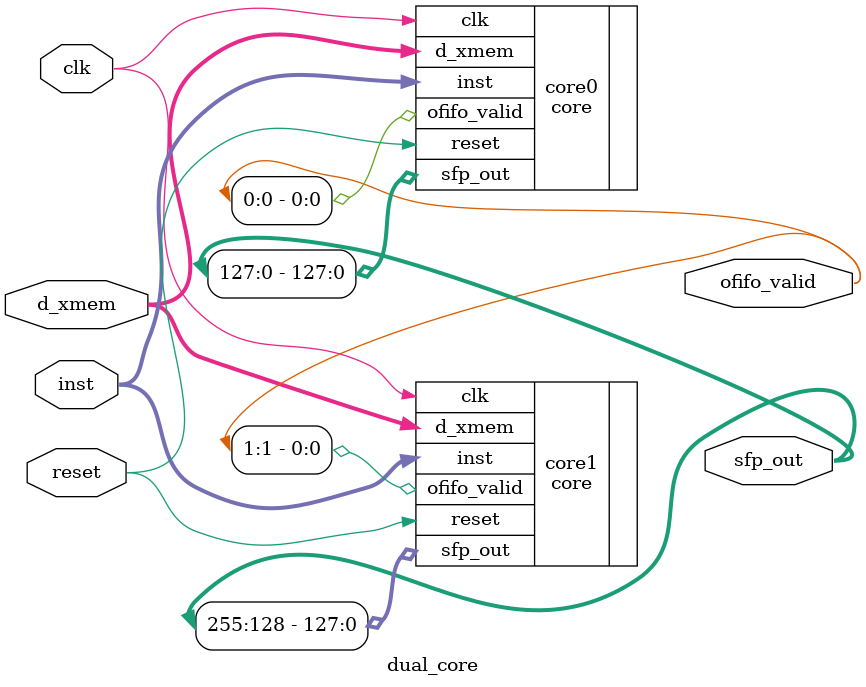
<source format=v>
module dual_core #(
    parameter row = 8,
    parameter col = 8,
    parameter psum_bw = 16,
    parameter bw = 4
)(
    input clk,
    input reset,
    input [35:0] inst,
    input [bw*row-1:0] d_xmem,
    output [1:0] ofifo_valid,
    output [2*psum_bw*col-1:0] sfp_out
);

    // Instantiate two cores
    core #(
        .row(row),
        .col(col),
        .psum_bw(psum_bw),
        .bw(bw)
    ) core0 (
        .clk(clk),
        .reset(reset),
        .inst(inst),
        .d_xmem(d_xmem),
        .ofifo_valid(ofifo_valid[0]),
        .sfp_out(sfp_out[psum_bw*col-1:0])
    );

    core #(
        .row(row),
        .col(col),
        .psum_bw(psum_bw),
        .bw(bw)
    ) core1 (
        .clk(clk),
        .reset(reset),
        .inst(inst),
        .d_xmem(d_xmem),
        .ofifo_valid(ofifo_valid[1]),
        .sfp_out(sfp_out[2*psum_bw*col-1:psum_bw*col])
    );

endmodule

</source>
